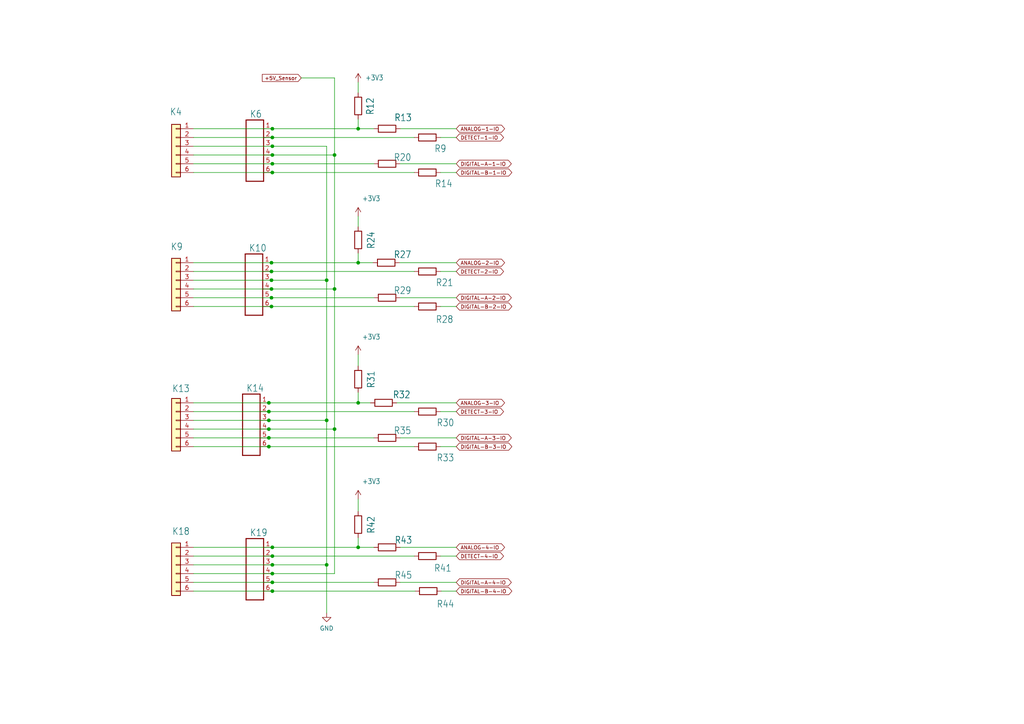
<source format=kicad_sch>
(kicad_sch (version 20211123) (generator eeschema)
  (paper "A4")
  (title_block (title "Open Robotic Board (ORB)") (date "2023-11-10") (rev "01.00-99") (company "Thomas Breuer (Hochschule Bonn-Rhein-Sieg)"))
  (lib_symbols
    (symbol "Connector_Generic:Conn_01x06" (pin_names (offset 1.016) hide)
      (property "Reference" "J" (at 0 7.62 0))
      (property "Value" "Conn_01x06" (at 0 -10.16 0))
      (symbol "Conn_01x06_1_1"
        (rectangle (start -1.27 -7.493) (end 0 -7.747) (stroke (width 0.1524)))
        (rectangle (start -1.27 -4.953) (end 0 -5.207) (stroke (width 0.1524)))
        (rectangle (start -1.27 -2.413) (end 0 -2.667) (stroke (width 0.1524)))
        (rectangle (start -1.27 0.127) (end 0 -0.127) (stroke (width 0.1524)))
        (rectangle (start -1.27 2.667) (end 0 2.413) (stroke (width 0.1524)))
        (rectangle (start -1.27 5.207) (end 0 4.953) (stroke (width 0.1524)))
        (rectangle (start -1.27 6.35) (end 1.27 -8.89) (stroke (width 0.254)) (fill (type background)))
        (pin passive line (at -5.08 5.08 0) (length 3.81) (name "Pin_1") (number "1"))
        (pin passive line (at -5.08 2.54 0) (length 3.81) (name "Pin_2") (number "2"))
        (pin passive line (at -5.08 0 0) (length 3.81) (name "Pin_3") (number "3"))
        (pin passive line (at -5.08 -2.54 0) (length 3.81) (name "Pin_4") (number "4"))
        (pin passive line (at -5.08 -5.08 0) (length 3.81) (name "Pin_5") (number "5"))
        (pin passive line (at -5.08 -7.62 0) (length 3.81) (name "Pin_6") (number "6"))
      )
    )
    (symbol "Device:R" (pin_numbers hide) (pin_names (offset 0))
      (property "Reference" "R" (at 2.032 0 90))
      (property "Value" "R" (at 0 0 90))
      (symbol "R_0_1"
        (rectangle (start -1.016 -2.54) (end 1.016 2.54) (stroke (width 0.254)))
      )
      (symbol "R_1_1"
        (pin passive line (at 0 3.81 270) (length 1.27) (name "~") (number "1"))
        (pin passive line (at 0 -3.81 90) (length 1.27) (name "~") (number "2"))
      )
    )
    (symbol "ORB:NXT-SOCKET"
      (property "Reference" "K" (at -4.035 18.415 0))
      (property "Value" "NXT-SOCKET" (at -12.27 -2.54 0))
      (symbol "NXT-SOCKET_1_0"
        (polyline (pts (xy -5.08 0) (xy 0 0)) (stroke (width 0.3)))
        (polyline (pts (xy -5.08 17.78) (xy -5.08 0)) (stroke (width 0.3)))
        (polyline (pts (xy 0 0) (xy 0 17.78)) (stroke (width 0.3)))
        (polyline (pts (xy 0 17.78) (xy -5.08 17.78)) (stroke (width 0.3)))
        (pin passive line (at 2.54 15.24 180) (length 2.54) (name "1") (number "1"))
        (pin passive line (at 2.54 12.7 180) (length 2.54) (name "2") (number "2"))
        (pin passive line (at 2.54 10.16 180) (length 2.54) (name "3") (number "3"))
        (pin passive line (at 2.54 7.62 180) (length 2.54) (name "4") (number "4"))
        (pin passive line (at 2.54 5.08 180) (length 2.54) (name "5") (number "5"))
        (pin passive line (at 2.54 2.54 180) (length 2.54) (name "6") (number "6"))
      )
    )
    (symbol "power:+3.3V" (power) (pin_names (offset 0))
      (property "Value" "+3.3V" (at 0 3.556 0))
      (symbol "+3.3V_0_1"
        (polyline (pts (xy -0.762 1.27) (xy 0 2.54)))
        (polyline (pts (xy 0 0) (xy 0 2.54)))
        (polyline (pts (xy 0 2.54) (xy 0.762 1.27)))
      )
      (symbol "+3.3V_1_1"
        (pin power_in line (at 0 0 90) (length 0) hide (name "+3V3") (number "1"))
      )
    )
    (symbol "power:GND" (power) (pin_names (offset 0))
      (property "Value" "GND" (at 0 -3.81 0))
      (symbol "GND_0_1"
        (polyline (pts (xy 0 0) (xy 0 -1.27) (xy 1.27 -1.27) (xy 0 -2.54) (xy -1.27 -1.27) (xy 0 -1.27)))
      )
      (symbol "GND_1_1"
        (pin power_in line (at 0 0 270) (length 0) hide (name "GND") (number "1"))
      )
    )
  )
  (junction (at 78.994 168.91))
  (junction (at 77.978 124.46))
  (junction (at 78.74 83.82))
  (junction (at 78.74 81.28))
  (junction (at 94.742 163.83))
  (junction (at 78.74 78.74))
  (junction (at 78.74 86.36))
  (junction (at 97.028 124.46))
  (junction (at 78.994 44.958))
  (junction (at 103.886 76.2))
  (junction (at 103.886 37.338))
  (junction (at 78.994 37.338))
  (junction (at 78.994 42.418))
  (junction (at 78.994 47.498))
  (junction (at 77.978 127))
  (junction (at 78.994 161.29))
  (junction (at 97.028 83.82))
  (junction (at 94.742 121.92))
  (junction (at 78.994 50.038))
  (junction (at 77.978 116.84))
  (junction (at 78.994 39.878))
  (junction (at 78.994 158.75))
  (junction (at 94.742 81.28))
  (junction (at 77.978 119.38))
  (junction (at 97.028 44.958))
  (junction (at 78.994 163.83))
  (junction (at 78.994 166.37))
  (junction (at 78.74 88.9))
  (junction (at 103.886 158.75))
  (junction (at 77.978 129.54))
  (junction (at 78.994 171.45))
  (junction (at 103.886 116.84))
  (junction (at 78.74 76.2))
  (junction (at 77.978 121.92))
  (wire (pts (xy 94.742 42.418) (xy 94.742 81.28)))
  (wire (pts (xy 56.134 116.84) (xy 77.978 116.84)))
  (wire (pts (xy 103.886 113.792) (xy 103.886 116.84)))
  (wire (pts (xy 115.824 76.2) (xy 132.334 76.2)))
  (wire (pts (xy 97.028 22.606) (xy 97.028 44.958)))
  (wire (pts (xy 127.762 161.29) (xy 132.334 161.29)))
  (wire (pts (xy 127.762 39.878) (xy 132.334 39.878)))
  (wire (pts (xy 97.028 166.37) (xy 78.994 166.37)))
  (wire (pts (xy 56.134 76.2) (xy 78.74 76.2)))
  (wire (pts (xy 87.376 22.606) (xy 97.028 22.606)))
  (wire (pts (xy 115.062 116.84) (xy 132.334 116.84)))
  (wire (pts (xy 56.134 78.74) (xy 78.74 78.74)))
  (wire (pts (xy 78.74 76.2) (xy 103.886 76.2)))
  (wire (pts (xy 128.016 171.45) (xy 132.334 171.45)))
  (wire (pts (xy 56.134 166.37) (xy 78.994 166.37)))
  (wire (pts (xy 103.886 158.75) (xy 108.458 158.75)))
  (wire (pts (xy 78.994 42.418) (xy 94.742 42.418)))
  (wire (pts (xy 97.028 83.82) (xy 78.74 83.82)))
  (wire (pts (xy 103.886 76.2) (xy 108.204 76.2)))
  (wire (pts (xy 103.886 23.876) (xy 103.886 26.924)))
  (wire (pts (xy 78.994 168.91) (xy 108.458 168.91)))
  (wire (pts (xy 127.762 88.9) (xy 132.334 88.9)))
  (wire (pts (xy 77.978 127) (xy 108.458 127)))
  (wire (pts (xy 97.028 44.958) (xy 78.994 44.958)))
  (wire (pts (xy 77.978 129.54) (xy 120.142 129.54)))
  (wire (pts (xy 56.134 44.958) (xy 78.994 44.958)))
  (wire (pts (xy 56.134 88.9) (xy 78.74 88.9)))
  (wire (pts (xy 56.134 47.498) (xy 78.994 47.498)))
  (wire (pts (xy 78.994 161.29) (xy 120.142 161.29)))
  (wire (pts (xy 56.134 42.418) (xy 78.994 42.418)))
  (wire (pts (xy 103.886 155.956) (xy 103.886 158.75)))
  (wire (pts (xy 103.886 37.338) (xy 108.458 37.338)))
  (wire (pts (xy 97.028 83.82) (xy 97.028 124.46)))
  (wire (pts (xy 56.134 161.29) (xy 78.994 161.29)))
  (wire (pts (xy 103.886 144.78) (xy 103.886 148.336)))
  (wire (pts (xy 127.762 119.38) (xy 132.334 119.38)))
  (wire (pts (xy 127.762 78.74) (xy 132.334 78.74)))
  (wire (pts (xy 78.994 158.75) (xy 103.886 158.75)))
  (wire (pts (xy 116.078 158.75) (xy 132.334 158.75)))
  (wire (pts (xy 78.994 37.338) (xy 103.886 37.338)))
  (wire (pts (xy 94.742 163.83) (xy 94.742 177.8)))
  (wire (pts (xy 103.886 73.406) (xy 103.886 76.2)))
  (wire (pts (xy 56.134 83.82) (xy 78.74 83.82)))
  (wire (pts (xy 116.078 168.91) (xy 132.334 168.91)))
  (wire (pts (xy 78.994 39.878) (xy 120.142 39.878)))
  (wire (pts (xy 56.134 121.92) (xy 77.978 121.92)))
  (wire (pts (xy 56.134 129.54) (xy 77.978 129.54)))
  (wire (pts (xy 77.978 116.84) (xy 103.886 116.84)))
  (wire (pts (xy 56.134 163.83) (xy 78.994 163.83)))
  (wire (pts (xy 77.978 121.92) (xy 94.742 121.92)))
  (wire (pts (xy 56.134 119.38) (xy 77.978 119.38)))
  (wire (pts (xy 78.994 47.498) (xy 108.458 47.498)))
  (wire (pts (xy 94.742 81.28) (xy 94.742 121.92)))
  (wire (pts (xy 77.978 124.46) (xy 97.028 124.46)))
  (wire (pts (xy 103.886 116.84) (xy 107.442 116.84)))
  (wire (pts (xy 56.134 127) (xy 77.978 127)))
  (wire (pts (xy 103.886 34.544) (xy 103.886 37.338)))
  (wire (pts (xy 116.078 47.498) (xy 132.334 47.498)))
  (wire (pts (xy 78.994 163.83) (xy 94.742 163.83)))
  (wire (pts (xy 56.134 124.46) (xy 77.978 124.46)))
  (wire (pts (xy 103.886 62.738) (xy 103.886 65.786)))
  (wire (pts (xy 56.134 158.75) (xy 78.994 158.75)))
  (wire (pts (xy 97.028 124.46) (xy 97.028 166.37)))
  (wire (pts (xy 56.134 39.878) (xy 78.994 39.878)))
  (wire (pts (xy 56.134 168.91) (xy 78.994 168.91)))
  (wire (pts (xy 78.994 50.038) (xy 120.142 50.038)))
  (wire (pts (xy 77.978 119.38) (xy 120.142 119.38)))
  (wire (pts (xy 78.74 78.74) (xy 120.142 78.74)))
  (wire (pts (xy 116.078 127) (xy 132.334 127)))
  (wire (pts (xy 56.134 171.45) (xy 78.994 171.45)))
  (wire (pts (xy 94.742 121.92) (xy 94.742 163.83)))
  (wire (pts (xy 94.742 81.28) (xy 78.74 81.28)))
  (wire (pts (xy 78.74 86.36) (xy 108.458 86.36)))
  (wire (pts (xy 56.134 81.28) (xy 78.74 81.28)))
  (wire (pts (xy 127.762 129.54) (xy 132.334 129.54)))
  (wire (pts (xy 78.74 88.9) (xy 120.142 88.9)))
  (wire (pts (xy 97.028 44.958) (xy 97.028 83.82)))
  (wire (pts (xy 127.762 50.038) (xy 132.334 50.038)))
  (wire (pts (xy 56.134 37.338) (xy 78.994 37.338)))
  (wire (pts (xy 116.078 86.36) (xy 132.334 86.36)))
  (wire (pts (xy 103.886 102.87) (xy 103.886 106.172)))
  (wire (pts (xy 78.994 171.45) (xy 120.396 171.45)))
  (wire (pts (xy 56.134 86.36) (xy 78.74 86.36)))
  (wire (pts (xy 56.134 50.038) (xy 78.994 50.038)))
  (wire (pts (xy 116.078 37.338) (xy 132.334 37.338)))
  (text "Open Robotic Board - Education, Ver 1.0" (at 255.5875 222.25 180) (effects (font (size 2 1.7)) (justify left bottom)))
  (global_label "DIGITAL-A-4-IO" (shape bidirectional) (at 132.334 168.91 0) (effects (font (size 1.05 1.05))) (property "Intersheet References" "${INTERSHEET_REFS}" (effects hide)))
  (global_label "DIGITAL-A-1-IO" (shape bidirectional) (at 132.334 47.498 0) (effects (font (size 1.05 1.05))) (property "Intersheet References" "${INTERSHEET_REFS}" (effects hide)))
  (global_label "DIGITAL-B-3-IO" (shape bidirectional) (at 132.334 129.54 0) (effects (font (size 1.05 1.05))) (property "Intersheet References" "${INTERSHEET_REFS}" (effects hide)))
  (global_label "DIGITAL-B-2-IO" (shape bidirectional) (at 132.334 88.9 0) (effects (font (size 1.05 1.05))) (property "Intersheet References" "${INTERSHEET_REFS}" (effects hide)))
  (global_label "ANALOG-3-IO" (shape bidirectional) (at 132.334 116.84 0) (effects (font (size 1.05 1.05))) (property "Intersheet References" "${INTERSHEET_REFS}" (effects hide)))
  (global_label "+5V_Sensor" (shape input) (at 87.376 22.606 180) (effects (font (size 1.05 1.05))) (property "Intersheet References" "${INTERSHEET_REFS}" (effects hide)))
  (global_label "DIGITAL-B-1-IO" (shape bidirectional) (at 132.334 50.038 0) (effects (font (size 1.05 1.05))) (property "Intersheet References" "${INTERSHEET_REFS}" (effects hide)))
  (global_label "ANALOG-2-IO" (shape bidirectional) (at 132.334 76.2 0) (effects (font (size 1.05 1.05))) (property "Intersheet References" "${INTERSHEET_REFS}" (effects hide)))
  (global_label "DETECT-1-IO" (shape bidirectional) (at 132.334 39.878 0) (effects (font (size 1.05 1.05))) (property "Intersheet References" "${INTERSHEET_REFS}" (effects hide)))
  (global_label "ANALOG-1-IO" (shape bidirectional) (at 132.334 37.338 0) (effects (font (size 1.05 1.05))) (property "Intersheet References" "${INTERSHEET_REFS}" (effects hide)))
  (global_label "DIGITAL-B-4-IO" (shape bidirectional) (at 132.334 171.45 0) (effects (font (size 1.05 1.05))) (property "Intersheet References" "${INTERSHEET_REFS}" (effects hide)))
  (global_label "ANALOG-4-IO" (shape bidirectional) (at 132.334 158.75 0) (effects (font (size 1.05 1.05))) (property "Intersheet References" "${INTERSHEET_REFS}" (effects hide)))
  (global_label "DIGITAL-A-3-IO" (shape bidirectional) (at 132.334 127 0) (effects (font (size 1.05 1.05))) (property "Intersheet References" "${INTERSHEET_REFS}" (effects hide)))
  (global_label "DETECT-4-IO" (shape bidirectional) (at 132.334 161.29 0) (effects (font (size 1.05 1.05))) (property "Intersheet References" "${INTERSHEET_REFS}" (effects hide)))
  (global_label "DIGITAL-A-2-IO" (shape bidirectional) (at 132.334 86.36 0) (effects (font (size 1.05 1.05))) (property "Intersheet References" "${INTERSHEET_REFS}" (effects hide)))
  (global_label "DETECT-3-IO" (shape bidirectional) (at 132.334 119.38 0) (effects (font (size 1.05 1.05))) (property "Intersheet References" "${INTERSHEET_REFS}" (effects hide)))
  (global_label "DETECT-2-IO" (shape bidirectional) (at 132.334 78.74 0) (effects (font (size 1.05 1.05))) (property "Intersheet References" "${INTERSHEET_REFS}" (effects hide)))
  (symbol (lib_id "Device:R") (at 123.952 50.038 270) (unit 1)
    (property "Reference" "R14" (at 131.318 54.356 90) (effects (font (size 2 1.7)) (justify right bottom)))
    (property "Distributor" "Digi-Key" (effects hide))
    (property "MPN" "RC0603FR-10330RL" (effects hide))
    (property "OrderNr" "13-RC0603FR-10330RLCT-ND" (effects hide))
  )
  (symbol (lib_id "Device:R") (at 124.206 171.45 270) (unit 1)
    (property "Reference" "R44" (at 131.826 176.276 90) (effects (font (size 2 1.7)) (justify right bottom)))
    (property "Distributor" "Digi-Key" (effects hide))
    (property "MPN" "RC0603FR-10330RL" (effects hide))
    (property "OrderNr" "13-RC0603FR-10330RLCT-ND" (effects hide))
  )
  (symbol (lib_id "Device:R") (at 123.952 88.9 270) (unit 1)
    (property "Reference" "R28" (at 131.572 93.726 90) (effects (font (size 2 1.7)) (justify right bottom)))
    (property "Distributor" "Digi-Key" (effects hide))
    (property "MPN" "RC0603FR-10330RL" (effects hide))
    (property "OrderNr" "13-RC0603FR-10330RLCT-ND" (effects hide))
  )
  (symbol (lib_id "power:+3.3V") (at 103.886 62.738 0) (unit 1)
    (property "Reference" "#REF0207" (effects hide))
  )
  (symbol (lib_id "ORB:NXT-SOCKET") (at 75.438 132.08 0) (unit 1)
    (property "Reference" "K14" (at 71.403 113.665 0) (effects (font (size 2 1.7)) (justify left bottom)))
    (property "MPN" "NXT/EV3 Compatible (female) Sockets" (effects hide))
    (property "Distributor" "mindsensors.com" (effects hide))
    (property "OrderNr" "SCKT-Nx-1" (effects hide))
  )
  (symbol (lib_id "power:+3.3V") (at 103.886 102.87 0) (unit 1)
    (property "Reference" "#REF0208" (effects hide))
  )
  (symbol (lib_id "Device:R") (at 123.952 129.54 270) (unit 1)
    (property "Reference" "R33" (at 131.826 133.858 90) (effects (font (size 2 1.7)) (justify right bottom)))
    (property "Distributor" "Digi-Key" (effects hide))
    (property "MPN" "RC0603FR-10330RL" (effects hide))
    (property "OrderNr" "13-RC0603FR-10330RLCT-ND" (effects hide))
  )
  (symbol (lib_id "Connector_Generic:Conn_01x06") (at 51.054 42.418 0) (mirror y) (unit 1)
    (property "Reference" "K4" (at 52.832 33.528 0) (effects (font (size 2 1.7)) (justify left bottom)))
    (property "MPN" "not mounted" (effects hide))
  )
  (symbol (lib_id "ORB:NXT-SOCKET") (at 76.2 91.44 0) (unit 1)
    (property "Reference" "K10" (at 72.165 73.025 0) (effects (font (size 2 1.7)) (justify left bottom)))
    (property "MPN" "NXT/EV3 Compatible (female) Sockets" (effects hide))
    (property "Distributor" "mindsensors.com" (effects hide))
    (property "OrderNr" "SCKT-Nx-1" (effects hide))
  )
  (symbol (lib_id "power:+3.3V") (at 103.886 144.78 0) (unit 1)
    (property "Reference" "#REF0205" (effects hide))
  )
  (symbol (lib_id "Device:R") (at 112.268 47.498 270) (unit 1)
    (property "Reference" "R20" (at 119.38 46.736 90) (effects (font (size 2 1.7)) (justify right bottom)))
    (property "Distributor" "Digi-Key" (effects hide))
    (property "MPN" "RC0603FR-10330RL" (effects hide))
    (property "OrderNr" "13-RC0603FR-10330RLCT-ND" (effects hide))
  )
  (symbol (lib_id "Device:R") (at 103.886 30.734 0) (unit 1)
    (property "Reference" "R12" (at 108.458 28.194 90) (effects (font (size 2 1.7)) (justify right bottom)))
    (property "Distributor" "Digi-Key" (effects hide))
    (property "MPN" "RC0603FR-136K8L" (effects hide))
    (property "OrderNr" "13-RC0603FR-136K8LCT-ND" (effects hide))
  )
  (symbol (lib_id "Device:R") (at 112.268 127 270) (unit 1)
    (property "Reference" "R35" (at 119.38 125.984 90) (effects (font (size 2 1.7)) (justify right bottom)))
    (property "Distributor" "Digi-Key" (effects hide))
    (property "MPN" "RC0603FR-10330RL" (effects hide))
    (property "OrderNr" "13-RC0603FR-10330RLCT-ND" (effects hide))
  )
  (symbol (lib_id "Connector_Generic:Conn_01x06") (at 51.054 81.28 0) (mirror y) (unit 1)
    (property "Reference" "K9" (at 53.086 72.644 0) (effects (font (size 2 1.7)) (justify left bottom)))
    (property "MPN" "not mounted" (effects hide))
  )
  (symbol (lib_id "Device:R") (at 112.268 158.75 270) (unit 1)
    (property "Reference" "R43" (at 119.634 157.734 90) (effects (font (size 2 1.7)) (justify right bottom)))
    (property "Distributor" "Digi-Key" (effects hide))
    (property "MPN" "RC0603FR-10330RL" (effects hide))
    (property "OrderNr" "13-RC0603FR-10330RLCT-ND" (effects hide))
  )
  (symbol (lib_id "Device:R") (at 123.952 39.878 270) (unit 1)
    (property "Reference" "R9" (at 129.54 44.196 90) (effects (font (size 2 1.7)) (justify right bottom)))
    (property "Distributor" "Digi-Key" (effects hide))
    (property "MPN" "RC0603FR-10330RL" (effects hide))
    (property "OrderNr" "13-RC0603FR-10330RLCT-ND" (effects hide))
  )
  (symbol (lib_id "Device:R") (at 112.268 37.338 270) (unit 1)
    (property "Reference" "R13" (at 114.3 33.02 90) (effects (font (size 2 1.7)) (justify left top)))
    (property "Distributor" "Digi-Key" (effects hide))
    (property "MPN" "RC0603FR-10330RL" (effects hide))
    (property "OrderNr" "13-RC0603FR-10330RLCT-ND" (effects hide))
  )
  (symbol (lib_id "power:GND") (at 94.742 177.8 0) (unit 1)
    (property "Reference" "#PWR0101" (effects hide))
  )
  (symbol (lib_id "Connector_Generic:Conn_01x06") (at 51.054 163.83 0) (mirror y) (unit 1)
    (property "Reference" "K18" (at 55.118 155.194 0) (effects (font (size 2 1.7)) (justify left bottom)))
    (property "MPN" "not mounted" (effects hide))
  )
  (symbol (lib_id "ORB:NXT-SOCKET") (at 76.454 173.99 0) (unit 1)
    (property "Reference" "K19" (at 72.419 155.575 0) (effects (font (size 2 1.7)) (justify left bottom)))
    (property "MPN" "NXT/EV3 Compatible (female) Sockets" (effects hide))
    (property "Distributor" "mindsensors.com" (effects hide))
    (property "OrderNr" "SCKT-Nx-1" (effects hide))
  )
  (symbol (lib_id "Device:R") (at 112.014 76.2 270) (unit 1)
    (property "Reference" "R27" (at 119.38 74.93 90) (effects (font (size 2 1.7)) (justify right bottom)))
    (property "Distributor" "Digi-Key" (effects hide))
    (property "MPN" "RC0603FR-10330RL" (effects hide))
    (property "OrderNr" "13-RC0603FR-10330RLCT-ND" (effects hide))
  )
  (symbol (lib_id "Device:R") (at 103.886 152.146 0) (unit 1)
    (property "Reference" "R42" (at 108.712 149.606 90) (effects (font (size 2 1.7)) (justify right bottom)))
    (property "Distributor" "Digi-Key" (effects hide))
    (property "MPN" "RC0603FR-136K8L" (effects hide))
    (property "OrderNr" "13-RC0603FR-136K8LCT-ND" (effects hide))
  )
  (symbol (lib_id "Device:R") (at 123.952 161.29 270) (unit 1)
    (property "Reference" "R41" (at 131.064 165.862 90) (effects (font (size 2 1.7)) (justify right bottom)))
    (property "Distributor" "Digi-Key" (effects hide))
    (property "MPN" "RC0603FR-10330RL" (effects hide))
    (property "OrderNr" "13-RC0603FR-10330RLCT-ND" (effects hide))
  )
  (symbol (lib_id "ORB:NXT-SOCKET") (at 76.454 52.578 0) (unit 1)
    (property "Reference" "K6" (at 72.419 34.163 0) (effects (font (size 2 1.7)) (justify left bottom)))
    (property "MPN" "NXT/EV3 Compatible (female) Sockets" (effects hide))
    (property "Distributor" "mindsensors.com" (effects hide))
    (property "OrderNr" "SCKT-Nx-1" (effects hide))
  )
  (symbol (lib_id "Device:R") (at 111.252 116.84 270) (unit 1)
    (property "Reference" "R32" (at 119.126 115.57 90) (effects (font (size 2 1.7)) (justify right bottom)))
    (property "Distributor" "Digi-Key" (effects hide))
    (property "MPN" "RC0603FR-10330RL" (effects hide))
    (property "OrderNr" "13-RC0603FR-10330RLCT-ND" (effects hide))
  )
  (symbol (lib_id "Device:R") (at 123.952 119.38 270) (unit 1)
    (property "Reference" "R30" (at 131.826 123.698 90) (effects (font (size 2 1.7)) (justify right bottom)))
    (property "Distributor" "Digi-Key" (effects hide))
    (property "MPN" "RC0603FR-10330RL" (effects hide))
    (property "OrderNr" "13-RC0603FR-10330RLCT-ND" (effects hide))
  )
  (symbol (lib_id "Device:R") (at 123.952 78.74 270) (unit 1)
    (property "Reference" "R21" (at 131.572 83.058 90) (effects (font (size 2 1.7)) (justify right bottom)))
    (property "Distributor" "Digi-Key" (effects hide))
    (property "MPN" "RC0603FR-10330RL" (effects hide))
    (property "OrderNr" "13-RC0603FR-10330RLCT-ND" (effects hide))
  )
  (symbol (lib_id "Device:R") (at 103.886 69.596 0) (unit 1)
    (property "Reference" "R24" (at 108.712 67.056 90) (effects (font (size 2 1.7)) (justify right bottom)))
    (property "Distributor" "Digi-Key" (effects hide))
    (property "MPN" "RC0603FR-136K8L" (effects hide))
    (property "OrderNr" "13-RC0603FR-136K8LCT-ND" (effects hide))
  )
  (symbol (lib_id "Device:R") (at 112.268 86.36 270) (unit 1)
    (property "Reference" "R29" (at 119.38 85.344 90) (effects (font (size 2 1.7)) (justify right bottom)))
    (property "Distributor" "Digi-Key" (effects hide))
    (property "MPN" "RC0603FR-10330RL" (effects hide))
    (property "OrderNr" "13-RC0603FR-10330RLCT-ND" (effects hide))
  )
  (symbol (lib_id "Device:R") (at 103.886 109.982 0) (unit 1)
    (property "Reference" "R31" (at 108.712 107.442 90) (effects (font (size 2 1.7)) (justify right bottom)))
    (property "Distributor" "Digi-Key" (effects hide))
    (property "MPN" "RC0603FR-136K8L" (effects hide))
    (property "OrderNr" "13-RC0603FR-136K8LCT-ND" (effects hide))
  )
  (symbol (lib_id "power:+3.3V") (at 103.886 23.876 0) (unit 1)
    (property "Reference" "#REF0229" (effects hide))
  )
  (symbol (lib_id "Device:R") (at 112.268 168.91 270) (unit 1)
    (property "Reference" "R45" (at 119.634 167.894 90) (effects (font (size 2 1.7)) (justify right bottom)))
    (property "Distributor" "Digi-Key" (effects hide))
    (property "MPN" "RC0603FR-10330RL" (effects hide))
    (property "OrderNr" "13-RC0603FR-10330RLCT-ND" (effects hide))
  )
  (symbol (lib_id "Connector_Generic:Conn_01x06") (at 51.054 121.92 0) (mirror y) (unit 1)
    (property "Reference" "K13" (at 55.118 113.792 0) (effects (font (size 2 1.7)) (justify left bottom)))
    (property "MPN" "not mounted" (effects hide))
  )
)
</source>
